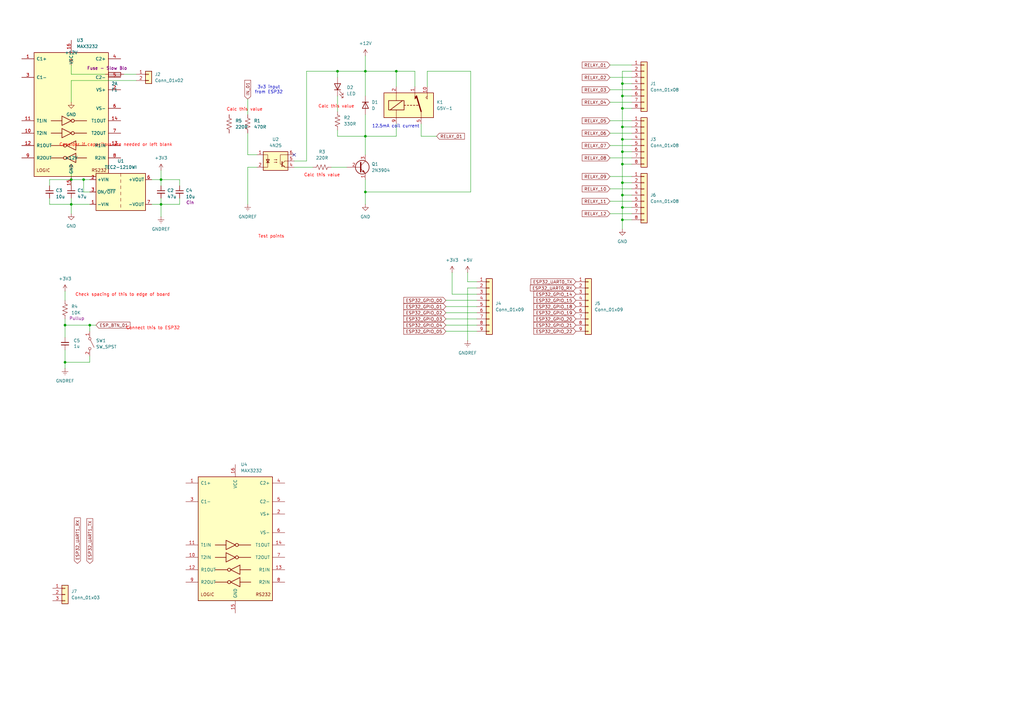
<source format=kicad_sch>
(kicad_sch (version 20231120) (generator "eeschema") (generator_version "8.0")
  (paper "A3")
  (lib_symbols
    (symbol "Connector_Generic:Conn_01x02" (pin_names (offset 1.016) hide)
      (property "Reference" "J" (at 0 2.54 0))
      (property "Value" "Conn_01x02" (at 0 -5.08 0))
      (symbol "Conn_01x02_1_1"
        (rectangle (start -1.27 -2.413) (end 0 -2.667) (stroke (width 0.1524)))
        (rectangle (start -1.27 0.127) (end 0 -0.127) (stroke (width 0.1524)))
        (rectangle (start -1.27 1.27) (end 1.27 -3.81) (stroke (width 0.254)) (fill (type background)))
        (pin passive line (at -5.08 0 0) (length 3.81) (name "Pin_1") (number "1"))
        (pin passive line (at -5.08 -2.54 0) (length 3.81) (name "Pin_2") (number "2"))
      )
    )
    (symbol "Connector_Generic:Conn_01x03" (pin_names (offset 1.016) hide)
      (property "Reference" "J" (at 0 5.08 0))
      (property "Value" "Conn_01x03" (at 0 -5.08 0))
      (symbol "Conn_01x03_1_1"
        (rectangle (start -1.27 -2.413) (end 0 -2.667) (stroke (width 0.1524)))
        (rectangle (start -1.27 0.127) (end 0 -0.127) (stroke (width 0.1524)))
        (rectangle (start -1.27 2.667) (end 0 2.413) (stroke (width 0.1524)))
        (rectangle (start -1.27 3.81) (end 1.27 -3.81) (stroke (width 0.254)) (fill (type background)))
        (pin passive line (at -5.08 2.54 0) (length 3.81) (name "Pin_1") (number "1"))
        (pin passive line (at -5.08 0 0) (length 3.81) (name "Pin_2") (number "2"))
        (pin passive line (at -5.08 -2.54 0) (length 3.81) (name "Pin_3") (number "3"))
      )
    )
    (symbol "Connector_Generic:Conn_01x08" (pin_names (offset 1.016) hide)
      (property "Reference" "J" (at 0 10.16 0))
      (property "Value" "Conn_01x08" (at 0 -12.7 0))
      (symbol "Conn_01x08_1_1"
        (rectangle (start -1.27 -10.033) (end 0 -10.287) (stroke (width 0.1524)))
        (rectangle (start -1.27 -7.493) (end 0 -7.747) (stroke (width 0.1524)))
        (rectangle (start -1.27 -4.953) (end 0 -5.207) (stroke (width 0.1524)))
        (rectangle (start -1.27 -2.413) (end 0 -2.667) (stroke (width 0.1524)))
        (rectangle (start -1.27 0.127) (end 0 -0.127) (stroke (width 0.1524)))
        (rectangle (start -1.27 2.667) (end 0 2.413) (stroke (width 0.1524)))
        (rectangle (start -1.27 5.207) (end 0 4.953) (stroke (width 0.1524)))
        (rectangle (start -1.27 7.747) (end 0 7.493) (stroke (width 0.1524)))
        (rectangle (start -1.27 8.89) (end 1.27 -11.43) (stroke (width 0.254)) (fill (type background)))
        (pin passive line (at -5.08 7.62 0) (length 3.81) (name "Pin_1") (number "1"))
        (pin passive line (at -5.08 5.08 0) (length 3.81) (name "Pin_2") (number "2"))
        (pin passive line (at -5.08 2.54 0) (length 3.81) (name "Pin_3") (number "3"))
        (pin passive line (at -5.08 0 0) (length 3.81) (name "Pin_4") (number "4"))
        (pin passive line (at -5.08 -2.54 0) (length 3.81) (name "Pin_5") (number "5"))
        (pin passive line (at -5.08 -5.08 0) (length 3.81) (name "Pin_6") (number "6"))
        (pin passive line (at -5.08 -7.62 0) (length 3.81) (name "Pin_7") (number "7"))
        (pin passive line (at -5.08 -10.16 0) (length 3.81) (name "Pin_8") (number "8"))
      )
    )
    (symbol "Connector_Generic:Conn_01x09" (pin_names (offset 1.016) hide)
      (property "Reference" "J" (at 0 12.7 0))
      (property "Value" "Conn_01x09" (at 0 -12.7 0))
      (symbol "Conn_01x09_1_1"
        (rectangle (start -1.27 -10.033) (end 0 -10.287) (stroke (width 0.1524)))
        (rectangle (start -1.27 -7.493) (end 0 -7.747) (stroke (width 0.1524)))
        (rectangle (start -1.27 -4.953) (end 0 -5.207) (stroke (width 0.1524)))
        (rectangle (start -1.27 -2.413) (end 0 -2.667) (stroke (width 0.1524)))
        (rectangle (start -1.27 0.127) (end 0 -0.127) (stroke (width 0.1524)))
        (rectangle (start -1.27 2.667) (end 0 2.413) (stroke (width 0.1524)))
        (rectangle (start -1.27 5.207) (end 0 4.953) (stroke (width 0.1524)))
        (rectangle (start -1.27 7.747) (end 0 7.493) (stroke (width 0.1524)))
        (rectangle (start -1.27 10.287) (end 0 10.033) (stroke (width 0.1524)))
        (rectangle (start -1.27 11.43) (end 1.27 -11.43) (stroke (width 0.254)) (fill (type background)))
        (pin passive line (at -5.08 10.16 0) (length 3.81) (name "Pin_1") (number "1"))
        (pin passive line (at -5.08 7.62 0) (length 3.81) (name "Pin_2") (number "2"))
        (pin passive line (at -5.08 5.08 0) (length 3.81) (name "Pin_3") (number "3"))
        (pin passive line (at -5.08 2.54 0) (length 3.81) (name "Pin_4") (number "4"))
        (pin passive line (at -5.08 0 0) (length 3.81) (name "Pin_5") (number "5"))
        (pin passive line (at -5.08 -2.54 0) (length 3.81) (name "Pin_6") (number "6"))
        (pin passive line (at -5.08 -5.08 0) (length 3.81) (name "Pin_7") (number "7"))
        (pin passive line (at -5.08 -7.62 0) (length 3.81) (name "Pin_8") (number "8"))
        (pin passive line (at -5.08 -10.16 0) (length 3.81) (name "Pin_9") (number "9"))
      )
    )
    (symbol "Converter_DCDC:TEC2-1210WI"
      (property "Reference" "U" (at -8.89 8.89 0))
      (property "Value" "TEC2-1210WI" (at 10.16 8.89 0))
      (symbol "TEC2-1210WI_0_1"
        (rectangle (start -10.16 7.62) (end 10.16 -7.62) (stroke (width 0.254)) (fill (type background)))
        (polyline (pts (xy 0 -5.08) (xy 0 -6.35)))
        (polyline (pts (xy 0 -2.54) (xy 0 -3.81)))
        (polyline (pts (xy 0 0) (xy 0 -1.27)))
        (polyline (pts (xy 0 2.54) (xy 0 1.27)))
        (polyline (pts (xy 0 5.08) (xy 0 3.81)))
        (polyline (pts (xy 0 7.62) (xy 0 6.35)))
      )
      (symbol "TEC2-1210WI_1_1"
        (pin power_in line (at -12.7 -5.08 0) (length 2.54) (name "-VIN") (number "1"))
        (pin power_in line (at -12.7 5.08 0) (length 2.54) (name "+VIN") (number "2"))
        (pin input line (at -12.7 0 0) (length 2.54) (name "ON/~{OFF}") (number "3"))
        (pin no_connect line (at 10.16 2.54 180) (length 2.54) hide (name "NC") (number "5"))
        (pin power_out line (at 12.7 5.08 180) (length 2.54) (name "+VOUT") (number "6"))
        (pin power_out line (at 12.7 -5.08 180) (length 2.54) (name "-VOUT") (number "7"))
        (pin no_connect line (at 10.16 0 180) (length 2.54) hide (name "NC") (number "8"))
      )
    )
    (symbol "Device:C_Small" (pin_numbers hide) (pin_names (offset 0.254) hide)
      (property "Reference" "C" (at 0.254 1.778 0))
      (property "Value" "C_Small" (at 0.254 -2.032 0))
      (symbol "C_Small_0_1"
        (polyline (pts (xy -1.524 -0.508) (xy 1.524 -0.508)) (stroke (width 0.3302)))
        (polyline (pts (xy -1.524 0.508) (xy 1.524 0.508)) (stroke (width 0.3048)))
      )
      (symbol "C_Small_1_1"
        (pin passive line (at 0 2.54 270) (length 2.032) (name "~") (number "1"))
        (pin passive line (at 0 -2.54 90) (length 2.032) (name "~") (number "2"))
      )
    )
    (symbol "Device:D" (pin_numbers hide) (pin_names (offset 1.016) hide)
      (property "Reference" "D" (at 0 2.54 0))
      (property "Value" "D" (at 0 -2.54 0))
      (symbol "D_0_1"
        (polyline (pts (xy -1.27 1.27) (xy -1.27 -1.27)) (stroke (width 0.254)))
        (polyline (pts (xy 1.27 0) (xy -1.27 0)))
        (polyline (pts (xy 1.27 1.27) (xy 1.27 -1.27) (xy -1.27 0) (xy 1.27 1.27)) (stroke (width 0.254)))
      )
      (symbol "D_1_1"
        (pin passive line (at -3.81 0 0) (length 2.54) (name "K") (number "1"))
        (pin passive line (at 3.81 0 180) (length 2.54) (name "A") (number "2"))
      )
    )
    (symbol "Device:Fuse" (pin_numbers hide) (pin_names (offset 0))
      (property "Reference" "F" (at 2.032 0 90))
      (property "Value" "Fuse" (at -1.905 0 90))
      (symbol "Fuse_0_1"
        (rectangle (start -0.762 -2.54) (end 0.762 2.54) (stroke (width 0.254)))
        (polyline (pts (xy 0 2.54) (xy 0 -2.54)))
      )
      (symbol "Fuse_1_1"
        (pin passive line (at 0 3.81 270) (length 1.27) (name "~") (number "1"))
        (pin passive line (at 0 -3.81 90) (length 1.27) (name "~") (number "2"))
      )
    )
    (symbol "Device:LED" (pin_numbers hide) (pin_names (offset 1.016) hide)
      (property "Reference" "D" (at 0 2.54 0))
      (property "Value" "LED" (at 0 -2.54 0))
      (symbol "LED_0_1"
        (polyline (pts (xy -1.27 -1.27) (xy -1.27 1.27)) (stroke (width 0.254)))
        (polyline (pts (xy -1.27 0) (xy 1.27 0)))
        (polyline (pts (xy 1.27 -1.27) (xy 1.27 1.27) (xy -1.27 0) (xy 1.27 -1.27)) (stroke (width 0.254)))
        (polyline (pts (xy -3.048 -0.762) (xy -4.572 -2.286) (xy -3.81 -2.286) (xy -4.572 -2.286) (xy -4.572 -1.524)))
        (polyline (pts (xy -1.778 -0.762) (xy -3.302 -2.286) (xy -2.54 -2.286) (xy -3.302 -2.286) (xy -3.302 -1.524)))
      )
      (symbol "LED_1_1"
        (pin passive line (at -3.81 0 0) (length 2.54) (name "K") (number "1"))
        (pin passive line (at 3.81 0 180) (length 2.54) (name "A") (number "2"))
      )
    )
    (symbol "Device:R_US" (pin_numbers hide) (pin_names (offset 0))
      (property "Reference" "R" (at 2.54 0 90))
      (property "Value" "R_US" (at -2.54 0 90))
      (symbol "R_US_0_1"
        (polyline (pts (xy 0 -2.286) (xy 0 -2.54)))
        (polyline (pts (xy 0 2.286) (xy 0 2.54)))
        (polyline (pts (xy 0 -0.762) (xy 1.016 -1.143) (xy 0 -1.524) (xy -1.016 -1.905) (xy 0 -2.286)))
        (polyline (pts (xy 0 0.762) (xy 1.016 0.381) (xy 0 0) (xy -1.016 -0.381) (xy 0 -0.762)))
        (polyline (pts (xy 0 2.286) (xy 1.016 1.905) (xy 0 1.524) (xy -1.016 1.143) (xy 0 0.762)))
      )
      (symbol "R_US_1_1"
        (pin passive line (at 0 3.81 270) (length 1.27) (name "~") (number "1"))
        (pin passive line (at 0 -3.81 90) (length 1.27) (name "~") (number "2"))
      )
    )
    (symbol "Interface_UART:MAX3232" (pin_names (offset 1.016))
      (property "Reference" "U" (at -2.54 28.575 0))
      (property "Value" "MAX3232" (at -2.54 26.67 0))
      (symbol "MAX3232_0_0"
        (text "LOGIC" (at -11.43 -22.86 0) (effects (font (size 1.27 1.27))))
        (text "RS232" (at 11.43 -22.86 0) (effects (font (size 1.27 1.27))))
      )
      (symbol "MAX3232_0_1"
        (rectangle (start -15.24 -25.4) (end 15.24 25.4) (stroke (width 0.254)) (fill (type background)))
        (circle (center -2.54 -17.78) (radius 0.635) (stroke (width 0.254)))
        (circle (center -2.54 -12.7) (radius 0.635) (stroke (width 0.254)))
        (polyline (pts (xy -3.81 -7.62) (xy -8.255 -7.62)) (stroke (width 0.254)))
        (polyline (pts (xy -3.81 -2.54) (xy -8.255 -2.54)) (stroke (width 0.254)))
        (polyline (pts (xy -3.175 -17.78) (xy -8.255 -17.78)) (stroke (width 0.254)))
        (polyline (pts (xy -3.175 -12.7) (xy -8.255 -12.7)) (stroke (width 0.254)))
        (polyline (pts (xy 1.27 -7.62) (xy 6.35 -7.62)) (stroke (width 0.254)))
        (polyline (pts (xy 1.27 -2.54) (xy 6.35 -2.54)) (stroke (width 0.254)))
        (polyline (pts (xy 1.905 -17.78) (xy 6.35 -17.78)) (stroke (width 0.254)))
        (polyline (pts (xy 1.905 -12.7) (xy 6.35 -12.7)) (stroke (width 0.254)))
        (polyline (pts (xy -3.81 -5.715) (xy -3.81 -9.525) (xy 0 -7.62) (xy -3.81 -5.715)) (stroke (width 0.254)))
        (polyline (pts (xy -3.81 -0.635) (xy -3.81 -4.445) (xy 0 -2.54) (xy -3.81 -0.635)) (stroke (width 0.254)))
        (polyline (pts (xy 1.905 -15.875) (xy 1.905 -19.685) (xy -1.905 -17.78) (xy 1.905 -15.875)) (stroke (width 0.254)))
        (polyline (pts (xy 1.905 -10.795) (xy 1.905 -14.605) (xy -1.905 -12.7) (xy 1.905 -10.795)) (stroke (width 0.254)))
        (circle (center 0.635 -7.62) (radius 0.635) (stroke (width 0.254)))
        (circle (center 0.635 -2.54) (radius 0.635) (stroke (width 0.254)))
      )
      (symbol "MAX3232_1_1"
        (pin passive line (at -20.32 22.86 0) (length 5.08) (name "C1+") (number "1"))
        (pin input line (at -20.32 -7.62 0) (length 5.08) (name "T2IN") (number "10"))
        (pin input line (at -20.32 -2.54 0) (length 5.08) (name "T1IN") (number "11"))
        (pin output line (at -20.32 -12.7 0) (length 5.08) (name "R1OUT") (number "12"))
        (pin input line (at 20.32 -12.7 180) (length 5.08) (name "R1IN") (number "13"))
        (pin output line (at 20.32 -2.54 180) (length 5.08) (name "T1OUT") (number "14"))
        (pin power_in line (at 0 -30.48 90) (length 5.08) (name "GND") (number "15"))
        (pin power_in line (at 0 30.48 270) (length 5.08) (name "VCC") (number "16"))
        (pin power_out line (at 20.32 10.16 180) (length 5.08) (name "VS+") (number "2"))
        (pin passive line (at -20.32 15.24 0) (length 5.08) (name "C1-") (number "3"))
        (pin passive line (at 20.32 22.86 180) (length 5.08) (name "C2+") (number "4"))
        (pin passive line (at 20.32 15.24 180) (length 5.08) (name "C2-") (number "5"))
        (pin power_out line (at 20.32 2.54 180) (length 5.08) (name "VS-") (number "6"))
        (pin output line (at 20.32 -7.62 180) (length 5.08) (name "T2OUT") (number "7"))
        (pin input line (at 20.32 -17.78 180) (length 5.08) (name "R2IN") (number "8"))
        (pin output line (at -20.32 -17.78 0) (length 5.08) (name "R2OUT") (number "9"))
      )
    )
    (symbol "Isolator:4N25" (pin_names (offset 1.016))
      (property "Reference" "U" (at -5.08 5.08 0))
      (property "Value" "4N25" (at 0 5.08 0))
      (symbol "4N25_0_1"
        (rectangle (start -5.08 3.81) (end 5.08 -3.81) (stroke (width 0.254)) (fill (type background)))
        (polyline (pts (xy -3.81 -0.635) (xy -2.54 -0.635)) (stroke (width 0.254)))
        (polyline (pts (xy 2.667 -1.397) (xy 3.81 -2.54)))
        (polyline (pts (xy 2.667 -1.143) (xy 3.81 0)))
        (polyline (pts (xy 3.81 -2.54) (xy 5.08 -2.54)))
        (polyline (pts (xy 3.81 0) (xy 5.08 0)))
        (polyline (pts (xy 2.667 -0.254) (xy 2.667 -2.286) (xy 2.667 -2.286)) (stroke (width 0.3556)))
        (polyline (pts (xy -5.08 -2.54) (xy -3.175 -2.54) (xy -3.175 2.54) (xy -5.08 2.54)))
        (polyline (pts (xy -3.175 -0.635) (xy -3.81 0.635) (xy -2.54 0.635) (xy -3.175 -0.635)) (stroke (width 0.254)))
        (polyline (pts (xy 3.683 -2.413) (xy 3.429 -1.905) (xy 3.175 -2.159) (xy 3.683 -2.413)))
        (polyline (pts (xy 5.08 2.54) (xy 1.905 2.54) (xy 1.905 -1.27) (xy 2.54 -1.27)))
        (polyline (pts (xy -0.635 -0.508) (xy 0.635 -0.508) (xy 0.254 -0.635) (xy 0.254 -0.381) (xy 0.635 -0.508)))
        (polyline (pts (xy -0.635 0.508) (xy 0.635 0.508) (xy 0.254 0.381) (xy 0.254 0.635) (xy 0.635 0.508)))
      )
      (symbol "4N25_1_1"
        (pin passive line (at -7.62 2.54 0) (length 2.54) (name "~") (number "1"))
        (pin passive line (at -7.62 -2.54 0) (length 2.54) (name "~") (number "2"))
        (pin no_connect line (at -5.08 0 0) (length 2.54) hide (name "NC") (number "3"))
        (pin passive line (at 7.62 -2.54 180) (length 2.54) (name "~") (number "4"))
        (pin passive line (at 7.62 0 180) (length 2.54) (name "~") (number "5"))
        (pin passive line (at 7.62 2.54 180) (length 2.54) (name "~") (number "6"))
      )
    )
    (symbol "Relay:G5V-1"
      (property "Reference" "K" (at 11.43 3.81 0))
      (property "Value" "G5V-1" (at 11.43 1.27 0))
      (symbol "G5V-1_0_0"
        (polyline (pts (xy 7.62 5.08) (xy 7.62 2.54) (xy 6.985 3.175) (xy 7.62 3.81)))
      )
      (symbol "G5V-1_0_1"
        (rectangle (start -10.16 5.08) (end 10.16 -5.08) (stroke (width 0.254)) (fill (type background)))
        (rectangle (start -8.255 1.905) (end -1.905 -1.905) (stroke (width 0.254)))
        (polyline (pts (xy -7.62 -1.905) (xy -2.54 1.905)) (stroke (width 0.254)))
        (polyline (pts (xy -5.08 -5.08) (xy -5.08 -1.905)))
        (polyline (pts (xy -5.08 5.08) (xy -5.08 1.905)))
        (polyline (pts (xy -1.905 0) (xy -1.27 0)) (stroke (width 0.254)))
        (polyline (pts (xy -0.635 0) (xy 0 0)) (stroke (width 0.254)))
        (polyline (pts (xy 0.635 0) (xy 1.27 0)) (stroke (width 0.254)))
        (polyline (pts (xy 1.905 0) (xy 2.54 0)) (stroke (width 0.254)))
        (polyline (pts (xy 3.175 0) (xy 3.81 0)) (stroke (width 0.254)))
        (polyline (pts (xy 5.08 -2.54) (xy 3.175 3.81)) (stroke (width 0.508)))
        (polyline (pts (xy 5.08 -2.54) (xy 5.08 -5.08)))
        (polyline (pts (xy 2.54 5.08) (xy 2.54 2.54) (xy 3.175 3.175) (xy 2.54 3.81)) (fill (type outline)))
      )
      (symbol "G5V-1_1_1"
        (pin passive line (at 2.54 7.62 270) (length 2.54) (name "~") (number "1"))
        (pin passive line (at 7.62 7.62 270) (length 2.54) (name "~") (number "10"))
        (pin passive line (at -5.08 7.62 270) (length 2.54) (name "~") (number "2"))
        (pin passive line (at 5.08 -7.62 90) (length 2.54) (name "~") (number "5"))
        (pin passive line (at 5.08 -7.62 90) (length 2.54) hide (name "~") (number "6"))
        (pin passive line (at -5.08 -7.62 90) (length 2.54) (name "~") (number "9"))
      )
    )
    (symbol "Switch:SW_SPST" (pin_names (offset 0) hide)
      (property "Reference" "SW" (at 0 3.175 0))
      (property "Value" "SW_SPST" (at 0 -2.54 0))
      (symbol "SW_SPST_0_0"
        (circle (center -2.032 0) (radius 0.508))
        (polyline (pts (xy -1.524 0.254) (xy 1.524 1.778)))
        (circle (center 2.032 0) (radius 0.508))
      )
      (symbol "SW_SPST_1_1"
        (pin passive line (at -5.08 0 0) (length 2.54) (name "A") (number "1"))
        (pin passive line (at 5.08 0 180) (length 2.54) (name "B") (number "2"))
      )
    )
    (symbol "Transistor_BJT:2N3904" (pin_names (offset 0) hide)
      (property "Reference" "Q" (at 5.08 1.905 0))
      (property "Value" "2N3904" (at 5.08 0 0))
      (symbol "2N3904_0_1"
        (polyline (pts (xy 0.635 0.635) (xy 2.54 2.54)))
        (polyline (pts (xy 0.635 -0.635) (xy 2.54 -2.54) (xy 2.54 -2.54)))
        (polyline (pts (xy 0.635 1.905) (xy 0.635 -1.905) (xy 0.635 -1.905)) (stroke (width 0.508)))
        (polyline (pts (xy 1.27 -1.778) (xy 1.778 -1.27) (xy 2.286 -2.286) (xy 1.27 -1.778) (xy 1.27 -1.778)) (fill (type outline)))
        (circle (center 1.27 0) (radius 2.8194) (stroke (width 0.254)))
      )
      (symbol "2N3904_1_1"
        (pin passive line (at 2.54 -5.08 90) (length 2.54) (name "E") (number "1"))
        (pin passive line (at -5.08 0 0) (length 5.715) (name "B") (number "2"))
        (pin passive line (at 2.54 5.08 270) (length 2.54) (name "C") (number "3"))
      )
    )
    (symbol "power:+12V" (power) (pin_numbers hide) (pin_names (offset 0) hide)
      (property "Value" "+12V" (at 0 3.556 0))
      (symbol "+12V_0_1"
        (polyline (pts (xy -0.762 1.27) (xy 0 2.54)))
        (polyline (pts (xy 0 0) (xy 0 2.54)))
        (polyline (pts (xy 0 2.54) (xy 0.762 1.27)))
      )
      (symbol "+12V_1_1"
        (pin power_in line (at 0 0 90) (length 0) (name "~") (number "1"))
      )
    )
    (symbol "power:+3V3" (power) (pin_numbers hide) (pin_names (offset 0) hide)
      (property "Value" "+3V3" (at 0 3.556 0))
      (symbol "+3V3_0_1"
        (polyline (pts (xy -0.762 1.27) (xy 0 2.54)))
        (polyline (pts (xy 0 0) (xy 0 2.54)))
        (polyline (pts (xy 0 2.54) (xy 0.762 1.27)))
      )
      (symbol "+3V3_1_1"
        (pin power_in line (at 0 0 90) (length 0) (name "~") (number "1"))
      )
    )
    (symbol "power:+5V" (power) (pin_numbers hide) (pin_names (offset 0) hide)
      (property "Value" "+5V" (at 0 3.556 0))
      (symbol "+5V_0_1"
        (polyline (pts (xy -0.762 1.27) (xy 0 2.54)))
        (polyline (pts (xy 0 0) (xy 0 2.54)))
        (polyline (pts (xy 0 2.54) (xy 0.762 1.27)))
      )
      (symbol "+5V_1_1"
        (pin power_in line (at 0 0 90) (length 0) (name "~") (number "1"))
      )
    )
    (symbol "power:GND" (power) (pin_numbers hide) (pin_names (offset 0) hide)
      (property "Value" "GND" (at 0 -3.81 0))
      (symbol "GND_0_1"
        (polyline (pts (xy 0 0) (xy 0 -1.27) (xy 1.27 -1.27) (xy 0 -2.54) (xy -1.27 -1.27) (xy 0 -1.27)))
      )
      (symbol "GND_1_1"
        (pin power_in line (at 0 0 270) (length 0) (name "~") (number "1"))
      )
    )
    (symbol "power:GNDREF" (power) (pin_numbers hide) (pin_names (offset 0) hide)
      (property "Value" "GNDREF" (at 0 -3.81 0))
      (symbol "GNDREF_0_1"
        (polyline (pts (xy -0.635 -1.905) (xy 0.635 -1.905)))
        (polyline (pts (xy -0.127 -2.54) (xy 0.127 -2.54)))
        (polyline (pts (xy 0 -1.27) (xy 0 0)))
        (polyline (pts (xy 1.27 -1.27) (xy -1.27 -1.27)))
      )
      (symbol "GNDREF_1_1"
        (pin power_in line (at 0 0 270) (length 0) (name "~") (number "1"))
      )
    )
  )
  (junction (at 255.27 62.23))
  (junction (at 255.27 34.29))
  (junction (at 255.27 39.37))
  (junction (at 66.04 83.82))
  (junction (at 149.86 78.74))
  (junction (at 149.86 29.21))
  (junction (at 29.21 73.66))
  (junction (at 149.86 55.88))
  (junction (at 255.27 52.07))
  (junction (at 255.27 90.17))
  (junction (at 29.21 83.82))
  (junction (at 255.27 74.93))
  (junction (at 26.67 133.35))
  (junction (at 255.27 85.09))
  (junction (at 255.27 67.31))
  (junction (at 255.27 44.45))
  (junction (at 255.27 57.15))
  (junction (at 162.56 29.21))
  (junction (at 36.83 133.35))
  (junction (at 34.29 73.66))
  (junction (at 255.27 80.01))
  (junction (at 26.67 148.59))
  (junction (at 138.43 29.21))
  (junction (at 66.04 73.66))
  (no_connect (at 120.65 63.5))
  (wire (pts (xy 255.27 74.93) (xy 259.08 74.93)))
  (wire (pts (xy 250.19 64.77) (xy 259.08 64.77)))
  (wire (pts (xy 255.27 39.37) (xy 255.27 44.45)))
  (wire (pts (xy 162.56 29.21) (xy 149.86 29.21)))
  (wire (pts (xy 29.21 33.02) (xy 29.21 41.91)))
  (wire (pts (xy 250.19 54.61) (xy 259.08 54.61)))
  (wire (pts (xy 255.27 62.23) (xy 259.08 62.23)))
  (wire (pts (xy 34.29 78.74) (xy 34.29 73.66)))
  (wire (pts (xy 66.04 88.9) (xy 66.04 83.82)))
  (wire (pts (xy 162.56 35.56) (xy 162.56 29.21)))
  (wire (pts (xy 36.83 83.82) (xy 29.21 83.82)))
  (wire (pts (xy 255.27 90.17) (xy 255.27 93.98)))
  (wire (pts (xy 66.04 73.66) (xy 66.04 76.2)))
  (wire (pts (xy 250.19 72.39) (xy 259.08 72.39)))
  (wire (pts (xy 34.29 73.66) (xy 29.21 73.66)))
  (wire (pts (xy 250.19 82.55) (xy 259.08 82.55)))
  (wire (pts (xy 255.27 57.15) (xy 259.08 57.15)))
  (wire (pts (xy 29.21 73.66) (xy 29.21 76.2)))
  (wire (pts (xy 191.77 118.11) (xy 191.77 139.7)))
  (wire (pts (xy 191.77 115.57) (xy 195.58 115.57)))
  (wire (pts (xy 255.27 44.45) (xy 255.27 52.07)))
  (wire (pts (xy 26.67 133.35) (xy 26.67 138.43)))
  (wire (pts (xy 125.73 29.21) (xy 138.43 29.21)))
  (wire (pts (xy 101.6 63.5) (xy 105.41 63.5)))
  (wire (pts (xy 50.8 30.48) (xy 55.88 30.48)))
  (wire (pts (xy 149.86 73.66) (xy 149.86 78.74)))
  (wire (pts (xy 73.66 83.82) (xy 66.04 83.82)))
  (wire (pts (xy 250.19 36.83) (xy 259.08 36.83)))
  (wire (pts (xy 162.56 55.88) (xy 162.56 50.8)))
  (wire (pts (xy 149.86 78.74) (xy 149.86 83.82)))
  (wire (pts (xy 250.19 77.47) (xy 259.08 77.47)))
  (wire (pts (xy 255.27 57.15) (xy 255.27 62.23)))
  (wire (pts (xy 255.27 80.01) (xy 255.27 85.09)))
  (wire (pts (xy 73.66 81.28) (xy 73.66 83.82)))
  (wire (pts (xy 179.07 55.88) (xy 172.72 55.88)))
  (wire (pts (xy 255.27 52.07) (xy 255.27 57.15)))
  (wire (pts (xy 101.6 54.61) (xy 101.6 63.5)))
  (wire (pts (xy 255.27 80.01) (xy 259.08 80.01)))
  (wire (pts (xy 43.18 30.48) (xy 29.21 30.48)))
  (wire (pts (xy 66.04 81.28) (xy 66.04 83.82)))
  (wire (pts (xy 250.19 87.63) (xy 259.08 87.63)))
  (wire (pts (xy 182.88 130.81) (xy 195.58 130.81)))
  (wire (pts (xy 259.08 34.29) (xy 255.27 34.29)))
  (wire (pts (xy 29.21 83.82) (xy 29.21 87.63)))
  (wire (pts (xy 36.83 146.05) (xy 36.83 148.59)))
  (wire (pts (xy 193.04 29.21) (xy 193.04 78.74)))
  (wire (pts (xy 29.21 73.66) (xy 29.21 69.85)))
  (wire (pts (xy 36.83 78.74) (xy 34.29 78.74)))
  (wire (pts (xy 36.83 73.66) (xy 34.29 73.66)))
  (wire (pts (xy 250.19 41.91) (xy 259.08 41.91)))
  (wire (pts (xy 255.27 52.07) (xy 259.08 52.07)))
  (wire (pts (xy 26.67 119.38) (xy 26.67 123.19)))
  (wire (pts (xy 149.86 46.99) (xy 149.86 55.88)))
  (wire (pts (xy 135.89 68.58) (xy 142.24 68.58)))
  (wire (pts (xy 195.58 120.65) (xy 185.42 120.65)))
  (wire (pts (xy 66.04 73.66) (xy 66.04 69.85)))
  (wire (pts (xy 250.19 49.53) (xy 259.08 49.53)))
  (wire (pts (xy 125.73 29.21) (xy 125.73 66.04)))
  (wire (pts (xy 182.88 128.27) (xy 195.58 128.27)))
  (wire (pts (xy 20.32 76.2) (xy 20.32 73.66)))
  (wire (pts (xy 255.27 34.29) (xy 255.27 39.37)))
  (wire (pts (xy 170.18 35.56) (xy 170.18 29.21)))
  (wire (pts (xy 55.88 33.02) (xy 29.21 33.02)))
  (wire (pts (xy 175.26 29.21) (xy 193.04 29.21)))
  (wire (pts (xy 138.43 53.34) (xy 138.43 55.88)))
  (wire (pts (xy 255.27 90.17) (xy 259.08 90.17)))
  (wire (pts (xy 29.21 81.28) (xy 29.21 83.82)))
  (wire (pts (xy 26.67 148.59) (xy 26.67 151.13)))
  (wire (pts (xy 62.23 73.66) (xy 66.04 73.66)))
  (wire (pts (xy 138.43 31.75) (xy 138.43 29.21)))
  (wire (pts (xy 66.04 83.82) (xy 62.23 83.82)))
  (wire (pts (xy 149.86 55.88) (xy 162.56 55.88)))
  (wire (pts (xy 172.72 55.88) (xy 172.72 50.8)))
  (wire (pts (xy 255.27 74.93) (xy 255.27 80.01)))
  (wire (pts (xy 73.66 73.66) (xy 66.04 73.66)))
  (wire (pts (xy 191.77 111.76) (xy 191.77 115.57)))
  (wire (pts (xy 255.27 67.31) (xy 259.08 67.31)))
  (wire (pts (xy 255.27 62.23) (xy 255.27 67.31)))
  (wire (pts (xy 182.88 135.89) (xy 195.58 135.89)))
  (wire (pts (xy 250.19 31.75) (xy 259.08 31.75)))
  (wire (pts (xy 170.18 29.21) (xy 162.56 29.21)))
  (wire (pts (xy 36.83 148.59) (xy 26.67 148.59)))
  (wire (pts (xy 255.27 39.37) (xy 259.08 39.37)))
  (wire (pts (xy 182.88 123.19) (xy 195.58 123.19)))
  (wire (pts (xy 149.86 55.88) (xy 149.86 63.5)))
  (wire (pts (xy 26.67 143.51) (xy 26.67 148.59)))
  (wire (pts (xy 255.27 44.45) (xy 259.08 44.45)))
  (wire (pts (xy 138.43 39.37) (xy 138.43 45.72)))
  (wire (pts (xy 255.27 29.21) (xy 255.27 34.29)))
  (wire (pts (xy 138.43 29.21) (xy 149.86 29.21)))
  (wire (pts (xy 259.08 29.21) (xy 255.27 29.21)))
  (wire (pts (xy 255.27 85.09) (xy 259.08 85.09)))
  (wire (pts (xy 149.86 22.86) (xy 149.86 29.21)))
  (wire (pts (xy 250.19 26.67) (xy 259.08 26.67)))
  (wire (pts (xy 20.32 83.82) (xy 29.21 83.82)))
  (wire (pts (xy 101.6 83.82) (xy 101.6 68.58)))
  (wire (pts (xy 149.86 29.21) (xy 149.86 39.37)))
  (wire (pts (xy 73.66 76.2) (xy 73.66 73.66)))
  (wire (pts (xy 182.88 133.35) (xy 195.58 133.35)))
  (wire (pts (xy 26.67 133.35) (xy 26.67 130.81)))
  (wire (pts (xy 36.83 133.35) (xy 39.37 133.35)))
  (wire (pts (xy 182.88 125.73) (xy 195.58 125.73)))
  (wire (pts (xy 185.42 120.65) (xy 185.42 111.76)))
  (wire (pts (xy 36.83 135.89) (xy 36.83 133.35)))
  (wire (pts (xy 101.6 68.58) (xy 105.41 68.58)))
  (wire (pts (xy 36.83 133.35) (xy 26.67 133.35)))
  (wire (pts (xy 138.43 55.88) (xy 149.86 55.88)))
  (wire (pts (xy 120.65 66.04) (xy 125.73 66.04)))
  (wire (pts (xy 120.65 68.58) (xy 128.27 68.58)))
  (wire (pts (xy 101.6 40.64) (xy 101.6 46.99)))
  (wire (pts (xy 255.27 85.09) (xy 255.27 90.17)))
  (wire (pts (xy 29.21 30.48) (xy 29.21 26.67)))
  (wire (pts (xy 175.26 35.56) (xy 175.26 29.21)))
  (wire (pts (xy 255.27 67.31) (xy 255.27 74.93)))
  (wire (pts (xy 193.04 78.74) (xy 149.86 78.74)))
  (wire (pts (xy 20.32 73.66) (xy 29.21 73.66)))
  (wire (pts (xy 20.32 81.28) (xy 20.32 83.82)))
  (wire (pts (xy 250.19 59.69) (xy 259.08 59.69)))
  (wire (pts (xy 195.58 118.11) (xy 191.77 118.11)))
  (text "Calc this value" (at 137.922 43.688 0) (effects (font (size 1.27 1.27))))
  (text "Test points" (at 111.252 97.028 0) (effects (font (size 1.27 1.27))))
  (text "Calc this value" (at 132.08 71.882 0) (effects (font (size 1.27 1.27))))
  (text "3v3 input\nfrom ESP32" (at 110.236 36.83 0) (effects (font (size 1.27 1.27))))
  (text "Calc this value" (at 100.33 44.958 0) (effects (font (size 1.27 1.27))))
  (text "Check spacing of this to edge of board" (at 50.292 120.904 0) (effects (font (size 1.27 1.27))))
  (text "Connect this to ESP32" (at 62.738 134.62 0) (effects (font (size 1.27 1.27))))
  (text "12.5mA coil current" (at 162.306 51.816 0) (effects (font (size 1.27 1.27))))
  (text "Consider if capacitors are needed or left blank" (at 47.498 59.436 0) (effects (font (size 1.27 1.27))))
  (global_label "ESP32_GPIO_19" (shape input) (at 236.22 128.27 180) (property "Intersheetrefs" "${INTERSHEET_REFS}" (effects (hide yes))))
  (global_label "RELAY_08" (shape input) (at 250.19 64.77 180) (property "Intersheetrefs" "${INTERSHEET_REFS}" (effects (hide yes))))
  (global_label "RELAY_05" (shape input) (at 250.19 49.53 180) (property "Intersheetrefs" "${INTERSHEET_REFS}" (effects (hide yes))))
  (global_label "RELAY_11" (shape input) (at 250.19 82.55 180) (property "Intersheetrefs" "${INTERSHEET_REFS}" (effects (hide yes))))
  (global_label "RELAY_12" (shape input) (at 250.19 87.63 180) (property "Intersheetrefs" "${INTERSHEET_REFS}" (effects (hide yes))))
  (global_label "ESP32_UART1_RX" (shape input) (at 31.75 231.14 90) (property "Intersheetrefs" "${INTERSHEET_REFS}" (effects (hide yes))))
  (global_label "RELAY_01" (shape input) (at 179.07 55.88 0) (property "Intersheetrefs" "${INTERSHEET_REFS}" (effects (hide yes))))
  (global_label "RELAY_03" (shape input) (at 250.19 36.83 180) (property "Intersheetrefs" "${INTERSHEET_REFS}" (effects (hide yes))))
  (global_label "ESP32_GPIO_15" (shape input) (at 236.22 123.19 180) (property "Intersheetrefs" "${INTERSHEET_REFS}" (effects (hide yes))))
  (global_label "ESP32_GPIO_22" (shape input) (at 236.22 135.89 180) (property "Intersheetrefs" "${INTERSHEET_REFS}" (effects (hide yes))))
  (global_label "ESP32_GPIO_01" (shape input) (at 182.88 125.73 180) (property "Intersheetrefs" "${INTERSHEET_REFS}" (effects (hide yes))))
  (global_label "ESP32_GPIO_18" (shape input) (at 236.22 125.73 180) (property "Intersheetrefs" "${INTERSHEET_REFS}" (effects (hide yes))))
  (global_label "ESP32_UART1_TX" (shape input) (at 36.83 231.14 90) (property "Intersheetrefs" "${INTERSHEET_REFS}" (effects (hide yes))))
  (global_label "ESP32_GPIO_20" (shape input) (at 236.22 130.81 180) (property "Intersheetrefs" "${INTERSHEET_REFS}" (effects (hide yes))))
  (global_label "RELAY_01" (shape input) (at 250.19 26.67 180) (property "Intersheetrefs" "${INTERSHEET_REFS}" (effects (hide yes))))
  (global_label "ESP32_GPIO_05" (shape input) (at 182.88 135.89 180) (property "Intersheetrefs" "${INTERSHEET_REFS}" (effects (hide yes))))
  (global_label "ESP32_UART0_RX" (shape input) (at 236.22 118.11 180) (property "Intersheetrefs" "${INTERSHEET_REFS}" (effects (hide yes))))
  (global_label "ESP32_GPIO_02" (shape input) (at 182.88 128.27 180) (property "Intersheetrefs" "${INTERSHEET_REFS}" (effects (hide yes))))
  (global_label "ESP32_GPIO_04" (shape input) (at 182.88 133.35 180) (property "Intersheetrefs" "${INTERSHEET_REFS}" (effects (hide yes))))
  (global_label "ESP32_GPIO_00" (shape input) (at 182.88 123.19 180) (property "Intersheetrefs" "${INTERSHEET_REFS}" (effects (hide yes))))
  (global_label "RELAY_09" (shape input) (at 250.19 72.39 180) (property "Intersheetrefs" "${INTERSHEET_REFS}" (effects (hide yes))))
  (global_label "ESP32_GPIO_14" (shape input) (at 236.22 120.65 180) (property "Intersheetrefs" "${INTERSHEET_REFS}" (effects (hide yes))))
  (global_label "RELAY_10" (shape input) (at 250.19 77.47 180) (property "Intersheetrefs" "${INTERSHEET_REFS}" (effects (hide yes))))
  (global_label "ESP_BTN_01" (shape input) (at 39.37 133.35 0) (property "Intersheetrefs" "${INTERSHEET_REFS}" (effects (hide yes))))
  (global_label "ESP32_GPIO_21" (shape input) (at 236.22 133.35 180) (property "Intersheetrefs" "${INTERSHEET_REFS}" (effects (hide yes))))
  (global_label "ESP32_UART0_TX" (shape input) (at 236.22 115.57 180) (property "Intersheetrefs" "${INTERSHEET_REFS}" (effects (hide yes))))
  (global_label "RELAY_02" (shape input) (at 250.19 31.75 180) (property "Intersheetrefs" "${INTERSHEET_REFS}" (effects (hide yes))))
  (global_label "IN_01" (shape input) (at 101.6 40.64 90) (property "Intersheetrefs" "${INTERSHEET_REFS}" (effects (hide yes))))
  (global_label "RELAY_04" (shape input) (at 250.19 41.91 180) (property "Intersheetrefs" "${INTERSHEET_REFS}" (effects (hide yes))))
  (global_label "RELAY_07" (shape input) (at 250.19 59.69 180) (property "Intersheetrefs" "${INTERSHEET_REFS}" (effects (hide yes))))
  (global_label "RELAY_06" (shape input) (at 250.19 54.61 180) (property "Intersheetrefs" "${INTERSHEET_REFS}" (effects (hide yes))))
  (global_label "ESP32_GPIO_03" (shape input) (at 182.88 130.81 180) (property "Intersheetrefs" "${INTERSHEET_REFS}" (effects (hide yes))))
  (symbol (lib_id "power:+12V") (at 149.86 22.86 0) (unit 1)
    (property "Reference" "#PWR01" (effects (hide yes)))
    (property "Value" "+12V" (at 149.86 17.78 0))
    (property "Description" "Power symbol creates a global label with name \"+12V\"" (effects (hide yes)))
  )
  (symbol (lib_id "Relay:G5V-1") (at 167.64 43.18 0) (unit 1)
    (property "Reference" "K1" (at 179.07 41.9099 0) (effects (justify left)))
    (property "Value" "G5V-1" (at 179.07 44.4499 0) (effects (justify left)))
    (property "Footprint" "Relay_THT:Relay_SPDT_Omron_G5V-1" (effects (hide yes)))
    (property "Datasheet" "http://omronfs.omron.com/en_US/ecb/products/pdf/en-g5v_1.pdf" (effects (hide yes)))
    (property "Description" "Ultra-miniature, Highly Sensitive SPDT Relay for Signal Circuits" (effects (hide yes)))
  )
  (symbol (lib_id "Device:R_US") (at 101.6 50.8 0) (unit 1)
    (property "Reference" "R1" (at 104.14 49.5299 0) (effects (justify left)))
    (property "Value" "470R" (at 104.14 52.0699 0) (effects (justify left)))
    (property "Footprint" "Resistor_SMD:R_0603_1608Metric" (effects (hide yes)))
    (property "Description" "Resistor, US symbol" (effects (hide yes)))
    (property "LCSC" "C23179" (effects (hide yes)))
  )
  (symbol (lib_id "Device:R_US") (at 26.67 127 0) (unit 1)
    (property "Reference" "R4" (at 29.21 125.7299 0) (effects (justify left)))
    (property "Value" "10K" (at 29.21 128.2699 0) (effects (justify left)))
    (property "Footprint" "Resistor_SMD:R_0402_1005Metric" (effects (hide yes)))
    (property "Description" "Pullup" (at 31.496 130.556 0))
    (property "LCSC" "C25744" (effects (hide yes)))
  )
  (symbol (lib_id "Connector_Generic:Conn_01x03") (at 26.67 243.84 0) (unit 1)
    (property "Reference" "J7" (at 29.21 242.5699 0) (effects (justify left)))
    (property "Value" "Conn_01x03" (at 29.21 245.1099 0) (effects (justify left)))
    (property "Description" "Generic connector, single row, 01x03, script generated (kicad-library-utils/schlib/autogen/connector/)" (effects (hide yes)))
  )
  (symbol (lib_id "power:GND") (at 29.21 87.63 0) (unit 1)
    (property "Reference" "#PWR09" (effects (hide yes)))
    (property "Value" "GND" (at 29.21 92.71 0))
    (property "Description" "Power symbol creates a global label with name \"GND\" , ground" (effects (hide yes)))
  )
  (symbol (lib_id "power:+5V") (at 191.77 111.76 0) (unit 1)
    (property "Reference" "#PWR015" (effects (hide yes)))
    (property "Value" "+5V" (at 191.77 106.68 0))
    (property "Description" "Power symbol creates a global label with name \"+5V\"" (effects (hide yes)))
  )
  (symbol (lib_id "Device:R_US") (at 138.43 49.53 0) (unit 1)
    (property "Reference" "R2" (at 140.97 48.2599 0) (effects (justify left)))
    (property "Value" "330R" (at 140.97 50.7999 0) (effects (justify left)))
    (property "Footprint" "Resistor_SMD:R_0603_1608Metric" (effects (hide yes)))
    (property "Description" "Resistor, US symbol" (effects (hide yes)))
    (property "LCSC" "C23138" (effects (hide yes)))
  )
  (symbol (lib_id "Device:D") (at 149.86 43.18 270) (unit 1)
    (property "Reference" "D1" (at 152.4 41.9099 90) (effects (justify left)))
    (property "Value" "D" (at 152.4 44.4499 90) (effects (justify left)))
    (property "Footprint" "Diode_SMD:D_SOD-123" (effects (hide yes)))
    (property "Description" "1N4148W" (effects (hide yes)))
    (property "Sim.Device" "D" (effects (hide yes)))
    (property "Sim.Pins" "1=K 2=A" (effects (hide yes)))
    (property "LCSC" "C2099" (effects (hide yes)))
  )
  (symbol (lib_id "Device:R_US") (at 93.98 50.8 180) (unit 1)
    (property "Reference" "R5" (at 96.52 49.5299 0) (effects (justify right)))
    (property "Value" "220R" (at 96.52 52.0699 0) (effects (justify right)))
    (property "Footprint" "Resistor_SMD:R_0603_1608Metric" (effects (hide yes)))
    (property "Description" "Resistor, US symbol" (effects (hide yes)))
    (property "LCSC" "C22962" (effects (hide yes)))
  )
  (symbol (lib_id "power:GND") (at 255.27 93.98 0) (unit 1)
    (property "Reference" "#PWR014" (effects (hide yes)))
    (property "Value" "GND" (at 255.27 99.06 0))
    (property "Description" "Power symbol creates a global label with name \"GND\" , ground" (effects (hide yes)))
  )
  (symbol (lib_id "Isolator:4N25") (at 113.03 66.04 0) (unit 1)
    (property "Reference" "U2" (at 113.03 57.15 0))
    (property "Value" "4N25" (at 113.03 59.69 0))
    (property "Footprint" "Package_DIP:DIP-6_W7.62mm_SMDSocket_SmallPads" (effects (hide yes)))
    (property "Datasheet" "https://www.vishay.com/docs/83725/4n25.pdf" (effects (hide yes)))
    (property "Description" "DC Optocoupler Base Connected, Vce 30V, CTR 20%, Viso 2500V, DIP6" (effects (hide yes)))
    (property "LCSC" "C143074" (effects (hide yes)))
  )
  (symbol (lib_id "power:GNDREF") (at 101.6 83.82 0) (unit 1)
    (property "Reference" "#PWR05" (effects (hide yes)))
    (property "Value" "GNDREF" (at 101.6 88.9 0))
    (property "Description" "Power symbol creates a global label with name \"GNDREF\" , reference supply ground" (effects (hide yes)))
  )
  (symbol (lib_id "Device:C_Small") (at 20.32 78.74 0) (unit 1)
    (property "Reference" "C3" (at 22.86 78.1113 0) (effects (justify left)))
    (property "Value" "10u" (at 22.86 80.6513 0) (effects (justify left)))
    (property "Footprint" "Capacitor_SMD:C_0603_1608Metric" (effects (hide yes)))
    (property "Description" "Cin" (effects (hide yes)))
    (property "LCSC" "C19702" (effects (hide yes)))
  )
  (symbol (lib_id "power:+12V") (at 29.21 26.67 0) (unit 1)
    (property "Reference" "#PWR03" (effects (hide yes)))
    (property "Value" "+12V" (at 29.21 21.59 0))
    (property "Description" "Power symbol creates a global label with name \"+12V\"" (effects (hide yes)))
  )
  (symbol (lib_id "Connector_Generic:Conn_01x02") (at 60.96 30.48 0) (unit 1)
    (property "Reference" "J2" (at 63.5 30.4799 0) (effects (justify left)))
    (property "Value" "Conn_01x02" (at 63.5 33.0199 0) (effects (justify left)))
    (property "Footprint" "Connector_Phoenix_MSTB:PhoenixContact_MSTBA_2,5_2-G-5,08_1x02_P5.08mm_Horizontal" (effects (hide yes)))
    (property "Description" "Generic connector, single row, 01x02, script generated (kicad-library-utils/schlib/autogen/connector/)" (effects (hide yes)))
  )
  (symbol (lib_id "Device:C_Small") (at 26.67 140.97 180) (unit 1)
    (property "Reference" "C5" (at 31.496 139.7 0))
    (property "Value" "1u" (at 31.496 141.986 0))
    (property "Footprint" "Capacitor_SMD:C_0402_1005Metric" (effects (hide yes)))
    (property "LCSC" "C52923" (effects (hide yes)))
  )
  (symbol (lib_id "Connector_Generic:Conn_01x09") (at 200.66 125.73 0) (unit 1)
    (property "Reference" "J4" (at 203.2 124.4599 0) (effects (justify left)))
    (property "Value" "Conn_01x09" (at 203.2 126.9999 0) (effects (justify left)))
    (property "Footprint" "Connector_PinHeader_2.54mm:PinHeader_1x09_P2.54mm_Vertical" (effects (hide yes)))
    (property "Description" "Generic connector, single row, 01x09, script generated (kicad-library-utils/schlib/autogen/connector/)" (effects (hide yes)))
  )
  (symbol (lib_id "Transistor_BJT:2N3904") (at 147.32 68.58 0) (unit 1)
    (property "Reference" "Q1" (at 152.4 67.3099 0) (effects (justify left)))
    (property "Value" "2N3904" (at 152.4 69.8499 0) (effects (justify left)))
    (property "Footprint" "Package_TO_SOT_SMD:SOT-23" (effects (hide yes)))
    (property "Datasheet" "https://www.onsemi.com/pub/Collateral/2N3903-D.PDF" (effects (hide yes)))
    (property "Description" "0.2A Ic, 40V Vce, Small Signal NPN Transistor, TO-92" (effects (hide yes)))
    (property "LCSC" "C20526" (effects (hide yes)))
  )
  (symbol (lib_id "Device:C_Small") (at 73.66 78.74 0) (unit 1)
    (property "Reference" "C4" (at 76.2 78.1113 0) (effects (justify left)))
    (property "Value" "10u" (at 76.2 80.6513 0) (effects (justify left)))
    (property "Footprint" "Capacitor_SMD:C_0603_1608Metric" (effects (hide yes)))
    (property "Description" "Cin" (at 77.978 83.058 0))
    (property "LCSC" "C19702" (effects (hide yes)))
  )
  (symbol (lib_id "Connector_Generic:Conn_01x09") (at 241.3 125.73 0) (unit 1)
    (property "Reference" "J5" (at 243.84 124.4599 0) (effects (justify left)))
    (property "Value" "Conn_01x09" (at 243.84 126.9999 0) (effects (justify left)))
    (property "Footprint" "Connector_PinHeader_2.54mm:PinHeader_1x09_P2.54mm_Vertical" (effects (hide yes)))
    (property "Description" "Generic connector, single row, 01x09, script generated (kicad-library-utils/schlib/autogen/connector/)" (effects (hide yes)))
  )
  (symbol (lib_id "Connector_Generic:Conn_01x08") (at 264.16 57.15 0) (unit 1)
    (property "Reference" "J3" (at 266.7 57.1499 0) (effects (justify left)))
    (property "Value" "Conn_01x08" (at 266.7 59.6899 0) (effects (justify left)))
    (property "Footprint" "Connector_Phoenix_MSTB:PhoenixContact_MSTBA_2,5_8-G-5,08_1x08_P5.08mm_Horizontal" (effects (hide yes)))
    (property "Description" "Generic connector, single row, 01x08, script generated (kicad-library-utils/schlib/autogen/connector/)" (effects (hide yes)))
  )
  (symbol (lib_id "power:GNDREF") (at 66.04 88.9 0) (unit 1)
    (property "Reference" "#PWR08" (effects (hide yes)))
    (property "Value" "GNDREF" (at 66.04 93.98 0))
    (property "Description" "Power symbol creates a global label with name \"GNDREF\" , reference supply ground" (effects (hide yes)))
  )
  (symbol (lib_id "Switch:SW_SPST") (at 36.83 140.97 270) (unit 1)
    (property "Reference" "SW1" (at 39.37 139.6999 90) (effects (justify left)))
    (property "Value" "SW_SPST" (at 39.37 142.2399 90) (effects (justify left)))
    (property "Footprint" "Switch:PTS841" (effects (hide yes)))
    (property "Datasheet" "https://www.mouser.co.uk/datasheet/2/240/pts841-3051007.pdf?fbclid=IwZXh0bgNhZW0CMTAAAR1ciRNPZeaciHRE2exMqdMvJjKu7sOPmBXyoPaeQCG8uo7irucpOe4aIAo_aem_AffU_mAy_9zWl7q1WmBtC3aX2PXcJXrtt_SEuzkMYMEEcnKGivDqaOG49g4n2OqnUj6JLHd4vBwdq0pJJ4zXJ52M" (effects (hide yes)))
    (property "Description" "Single Pole Single Throw (SPST) switch" (effects (hide yes)))
  )
  (symbol (lib_id "power:GND") (at 149.86 83.82 0) (unit 1)
    (property "Reference" "#PWR02" (effects (hide yes)))
    (property "Value" "GND" (at 149.86 88.9 0))
    (property "Description" "Power symbol creates a global label with name \"GND\" , ground" (effects (hide yes)))
  )
  (symbol (lib_id "Connector_Generic:Conn_01x08") (at 264.16 34.29 0) (unit 1)
    (property "Reference" "J1" (at 266.7 34.2899 0) (effects (justify left)))
    (property "Value" "Conn_01x08" (at 266.7 36.8299 0) (effects (justify left)))
    (property "Footprint" "Connector_Phoenix_MSTB:PhoenixContact_MSTBA_2,5_8-G-5,08_1x08_P5.08mm_Horizontal" (effects (hide yes)))
    (property "Description" "Generic connector, single row, 01x08, script generated (kicad-library-utils/schlib/autogen/connector/)" (effects (hide yes)))
    (property "Man PN" "1757307" (effects (hide yes)))
  )
  (symbol (lib_id "Connector_Generic:Conn_01x08") (at 264.16 80.01 0) (unit 1)
    (property "Reference" "J6" (at 266.7 80.0099 0) (effects (justify left)))
    (property "Value" "Conn_01x08" (at 266.7 82.5499 0) (effects (justify left)))
    (property "Footprint" "Connector_Phoenix_MSTB:PhoenixContact_MSTBA_2,5_8-G-5,08_1x08_P5.08mm_Horizontal" (effects (hide yes)))
    (property "Description" "Generic connector, single row, 01x08, script generated (kicad-library-utils/schlib/autogen/connector/)" (effects (hide yes)))
  )
  (symbol (lib_id "Device:R_US") (at 132.08 68.58 90) (unit 1)
    (property "Reference" "R3" (at 132.08 62.23 90))
    (property "Value" "220R" (at 132.08 64.77 90))
    (property "Footprint" "Resistor_SMD:R_0603_1608Metric" (effects (hide yes)))
    (property "Description" "Resistor, US symbol" (effects (hide yes)))
    (property "LCSC" "C22962" (effects (hide yes)))
  )
  (symbol (lib_id "Device:C_Small") (at 66.04 78.74 0) (unit 1)
    (property "Reference" "C2" (at 68.58 78.1113 0) (effects (justify left)))
    (property "Value" "47u" (at 68.58 80.6513 0) (effects (justify left)))
    (property "Footprint" "Capacitor_SMD:C_1206_3216Metric" (effects (hide yes)))
    (property "Description" "Unpolarized capacitor, small symbol" (effects (hide yes)))
    (property "LCSC" "C96123" (effects (hide yes)))
  )
  (symbol (lib_id "power:GND") (at 29.21 41.91 0) (unit 1)
    (property "Reference" "#PWR04" (effects (hide yes)))
    (property "Value" "GND" (at 29.21 46.99 0))
    (property "Description" "Power symbol creates a global label with name \"GND\" , ground" (effects (hide yes)))
  )
  (symbol (lib_id "Interface_UART:MAX3232") (at 29.21 46.99 0) (unit 1)
    (property "Reference" "U3" (at 31.4041 16.51 0) (effects (justify left)))
    (property "Value" "MAX3232" (at 31.4041 19.05 0) (effects (justify left)))
    (property "Datasheet" "https://datasheets.maximintegrated.com/en/ds/MAX3222-MAX3241.pdf" (effects (hide yes)))
    (property "Description" "3.0V to 5.5V, Low-Power, up to 1Mbps, True RS-232 Transceivers Using Four 0.1μF External Capacitors" (effects (hide yes)))
  )
  (symbol (lib_id "power:GNDREF") (at 26.67 151.13 0) (unit 1)
    (property "Reference" "#PWR011" (effects (hide yes)))
    (property "Value" "GNDREF" (at 26.67 156.21 0))
    (property "Description" "Power symbol creates a global label with name \"GNDREF\" , reference supply ground" (effects (hide yes)))
  )
  (symbol (lib_id "Device:Fuse") (at 46.99 30.48 270) (unit 1)
    (property "Reference" "F1" (at 46.99 36.83 90))
    (property "Value" "2A" (at 46.99 34.29 90))
    (property "Footprint" "Fuse:Fuseholder_Littelfuse_Nano2_154x" (effects (hide yes)))
    (property "Description" "Fuse - Slow Blo" (at 43.942 27.94 90))
  )
  (symbol (lib_id "Converter_DCDC:TEC2-1210WI") (at 49.53 78.74 0) (unit 1)
    (property "Reference" "U1" (at 49.53 66.04 0))
    (property "Value" "TEC2-1210WI" (at 49.53 68.58 0))
    (property "Footprint" "Converter_DCDC:Converter_DCDC_TRACO_TMR-xxxx_THT" (effects (hide yes)))
    (property "Datasheet" "https://www.tracopower.com/products/tec2wi.pdf" (effects (hide yes)))
    (property "Description" "500mA Regulated 2W DC/DC converter with 1.5kV isolation, 4.5V-18V input, 3.3V fixed Output Voltage, SIP-8" (effects (hide yes)))
  )
  (symbol (lib_id "Device:C_Small") (at 29.21 78.74 0) (unit 1)
    (property "Reference" "C1" (at 31.75 78.1113 0) (effects (justify left)))
    (property "Value" "47u" (at 31.75 80.6513 0) (effects (justify left)))
    (property "Footprint" "Capacitor_SMD:C_1206_3216Metric" (effects (hide yes)))
    (property "Description" "Unpolarized capacitor, small symbol" (effects (hide yes)))
    (property "LCSC" "C96123" (effects (hide yes)))
  )
  (symbol (lib_id "power:GNDREF") (at 191.77 139.7 0) (unit 1)
    (property "Reference" "#PWR017" (effects (hide yes)))
    (property "Value" "GNDREF" (at 191.77 144.78 0))
    (property "Description" "Power symbol creates a global label with name \"GNDREF\" , reference supply ground" (effects (hide yes)))
  )
  (symbol (lib_id "Device:LED") (at 138.43 35.56 90) (unit 1)
    (property "Reference" "D2" (at 142.24 35.8774 90) (effects (justify right)))
    (property "Value" "LED" (at 142.24 38.4174 90) (effects (justify right)))
    (property "Footprint" "LED_SMD:LED_0805_2012Metric" (effects (hide yes)))
    (property "Description" "Light emitting diode" (effects (hide yes)))
    (property "LCSC" "C84256" (effects (hide yes)))
  )
  (symbol (lib_id "power:+3V3") (at 66.04 69.85 0) (unit 1)
    (property "Reference" "#PWR07" (effects (hide yes)))
    (property "Value" "+3V3" (at 66.04 64.77 0))
    (property "Description" "Power symbol creates a global label with name \"+3V3\"" (effects (hide yes)))
  )
  (symbol (lib_id "power:+3V3") (at 26.67 119.38 0) (unit 1)
    (property "Reference" "#PWR010" (effects (hide yes)))
    (property "Value" "+3V3" (at 26.67 114.3 0))
    (property "Description" "Power symbol creates a global label with name \"+3V3\"" (effects (hide yes)))
  )
  (symbol (lib_id "Interface_UART:MAX3232") (at 96.52 220.98 0) (unit 1)
    (property "Reference" "U4" (at 98.7141 190.5 0) (effects (justify left)))
    (property "Value" "MAX3232" (at 98.7141 193.04 0) (effects (justify left)))
    (property "Datasheet" "https://datasheets.maximintegrated.com/en/ds/MAX3222-MAX3241.pdf" (effects (hide yes)))
    (property "Description" "3.0V to 5.5V, Low-Power, up to 1Mbps, True RS-232 Transceivers Using Four 0.1μF External Capacitors" (effects (hide yes)))
  )
  (symbol (lib_id "power:+12V") (at 29.21 69.85 0) (unit 1)
    (property "Reference" "#PWR06" (effects (hide yes)))
    (property "Value" "+12V" (at 29.21 64.77 0))
    (property "Description" "Power symbol creates a global label with name \"+12V\"" (effects (hide yes)))
  )
  (symbol (lib_id "power:+3V3") (at 185.42 111.76 0) (unit 1)
    (property "Reference" "#PWR016" (effects (hide yes)))
    (property "Value" "+3V3" (at 185.42 106.68 0))
    (property "Description" "Power symbol creates a global label with name \"+3V3\"" (effects (hide yes)))
  )
)
</source>
